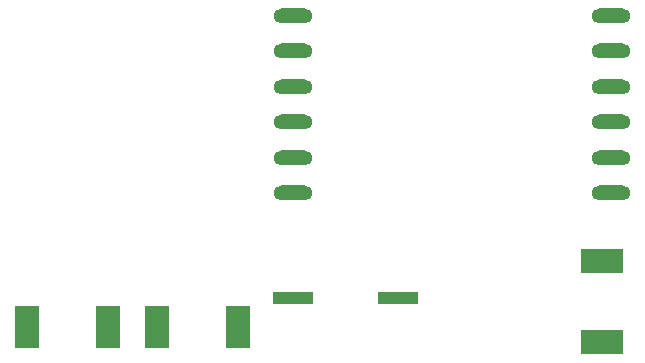
<source format=gtp>
G04*
G04 #@! TF.GenerationSoftware,Altium Limited,Altium NEXUS,1.1.6 (48)*
G04*
G04 Layer_Color=8421504*
%FSLAX25Y25*%
%MOIN*%
G70*
G01*
G75*
%ADD12R,0.08000X0.14000*%
%ADD13O,0.12992X0.05000*%
%ADD14R,0.13386X0.03937*%
%ADD15R,0.14000X0.08000*%
D12*
X102400Y50300D02*
D03*
X75400D02*
D03*
X59200Y50500D02*
D03*
X32200D02*
D03*
D13*
X226584Y95067D02*
D03*
Y106878D02*
D03*
Y118689D02*
D03*
Y130500D02*
D03*
Y142311D02*
D03*
Y154122D02*
D03*
X120600Y95067D02*
D03*
Y106878D02*
D03*
Y118689D02*
D03*
Y130500D02*
D03*
Y142311D02*
D03*
Y154122D02*
D03*
D14*
X120709Y59961D02*
D03*
X155709D02*
D03*
D15*
X223600Y72300D02*
D03*
Y45300D02*
D03*
M02*

</source>
